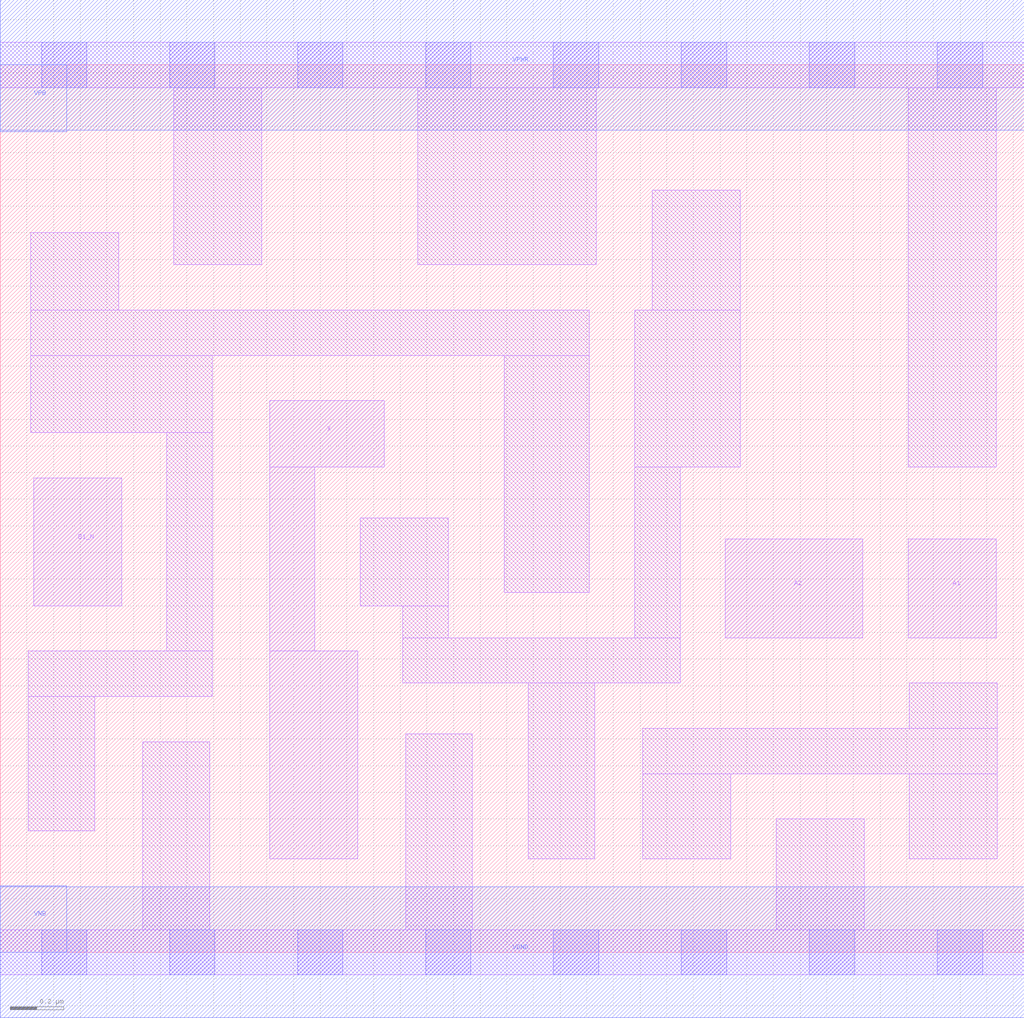
<source format=lef>
# Copyright 2020 The SkyWater PDK Authors
#
# Licensed under the Apache License, Version 2.0 (the "License");
# you may not use this file except in compliance with the License.
# You may obtain a copy of the License at
#
#     https://www.apache.org/licenses/LICENSE-2.0
#
# Unless required by applicable law or agreed to in writing, software
# distributed under the License is distributed on an "AS IS" BASIS,
# WITHOUT WARRANTIES OR CONDITIONS OF ANY KIND, either express or implied.
# See the License for the specific language governing permissions and
# limitations under the License.
#
# SPDX-License-Identifier: Apache-2.0

VERSION 5.5 ;
NAMESCASESENSITIVE ON ;
BUSBITCHARS "[]" ;
DIVIDERCHAR "/" ;
MACRO sky130_fd_sc_hs__o21ba_2
  CLASS CORE ;
  SOURCE USER ;
  ORIGIN  0.000000  0.000000 ;
  SIZE  3.840000 BY  3.330000 ;
  SYMMETRY X Y ;
  SITE unit ;
  PIN A1
    ANTENNAGATEAREA  0.261000 ;
    DIRECTION INPUT ;
    USE SIGNAL ;
    PORT
      LAYER li1 ;
        RECT 3.405000 1.180000 3.735000 1.550000 ;
    END
  END A1
  PIN A2
    ANTENNAGATEAREA  0.261000 ;
    DIRECTION INPUT ;
    USE SIGNAL ;
    PORT
      LAYER li1 ;
        RECT 2.720000 1.180000 3.235000 1.550000 ;
    END
  END A2
  PIN B1_N
    ANTENNAGATEAREA  0.208000 ;
    DIRECTION INPUT ;
    USE SIGNAL ;
    PORT
      LAYER li1 ;
        RECT 0.125000 1.300000 0.455000 1.780000 ;
    END
  END B1_N
  PIN X
    ANTENNADIFFAREA  0.543200 ;
    DIRECTION OUTPUT ;
    USE SIGNAL ;
    PORT
      LAYER li1 ;
        RECT 1.010000 0.350000 1.340000 1.130000 ;
        RECT 1.010000 1.130000 1.180000 1.820000 ;
        RECT 1.010000 1.820000 1.440000 2.070000 ;
    END
  END X
  PIN VGND
    DIRECTION INOUT ;
    USE GROUND ;
    PORT
      LAYER met1 ;
        RECT 0.000000 -0.245000 3.840000 0.245000 ;
    END
  END VGND
  PIN VNB
    DIRECTION INOUT ;
    USE GROUND ;
    PORT
      LAYER met1 ;
        RECT 0.000000 0.000000 0.250000 0.250000 ;
    END
  END VNB
  PIN VPB
    DIRECTION INOUT ;
    USE POWER ;
    PORT
      LAYER met1 ;
        RECT 0.000000 3.080000 0.250000 3.330000 ;
    END
  END VPB
  PIN VPWR
    DIRECTION INOUT ;
    USE POWER ;
    PORT
      LAYER met1 ;
        RECT 0.000000 3.085000 3.840000 3.575000 ;
    END
  END VPWR
  OBS
    LAYER li1 ;
      RECT 0.000000 -0.085000 3.840000 0.085000 ;
      RECT 0.000000  3.245000 3.840000 3.415000 ;
      RECT 0.105000  0.455000 0.355000 0.960000 ;
      RECT 0.105000  0.960000 0.795000 1.130000 ;
      RECT 0.115000  1.950000 0.795000 2.240000 ;
      RECT 0.115000  2.240000 2.210000 2.410000 ;
      RECT 0.115000  2.410000 0.445000 2.700000 ;
      RECT 0.535000  0.085000 0.785000 0.790000 ;
      RECT 0.625000  1.130000 0.795000 1.950000 ;
      RECT 0.650000  2.580000 0.980000 3.245000 ;
      RECT 1.350000  1.300000 1.680000 1.630000 ;
      RECT 1.510000  1.010000 2.550000 1.180000 ;
      RECT 1.510000  1.180000 1.680000 1.300000 ;
      RECT 1.520000  0.085000 1.770000 0.820000 ;
      RECT 1.565000  2.580000 2.235000 3.245000 ;
      RECT 1.890000  1.350000 2.210000 2.240000 ;
      RECT 1.980000  0.350000 2.230000 1.010000 ;
      RECT 2.380000  1.180000 2.550000 1.820000 ;
      RECT 2.380000  1.820000 2.775000 2.410000 ;
      RECT 2.410000  0.350000 2.740000 0.670000 ;
      RECT 2.410000  0.670000 3.740000 0.840000 ;
      RECT 2.445000  2.410000 2.775000 2.860000 ;
      RECT 2.910000  0.085000 3.240000 0.500000 ;
      RECT 3.405000  1.820000 3.735000 3.245000 ;
      RECT 3.410000  0.350000 3.740000 0.670000 ;
      RECT 3.410000  0.840000 3.740000 1.010000 ;
    LAYER mcon ;
      RECT 0.155000 -0.085000 0.325000 0.085000 ;
      RECT 0.155000  3.245000 0.325000 3.415000 ;
      RECT 0.635000 -0.085000 0.805000 0.085000 ;
      RECT 0.635000  3.245000 0.805000 3.415000 ;
      RECT 1.115000 -0.085000 1.285000 0.085000 ;
      RECT 1.115000  3.245000 1.285000 3.415000 ;
      RECT 1.595000 -0.085000 1.765000 0.085000 ;
      RECT 1.595000  3.245000 1.765000 3.415000 ;
      RECT 2.075000 -0.085000 2.245000 0.085000 ;
      RECT 2.075000  3.245000 2.245000 3.415000 ;
      RECT 2.555000 -0.085000 2.725000 0.085000 ;
      RECT 2.555000  3.245000 2.725000 3.415000 ;
      RECT 3.035000 -0.085000 3.205000 0.085000 ;
      RECT 3.035000  3.245000 3.205000 3.415000 ;
      RECT 3.515000 -0.085000 3.685000 0.085000 ;
      RECT 3.515000  3.245000 3.685000 3.415000 ;
  END
END sky130_fd_sc_hs__o21ba_2

</source>
